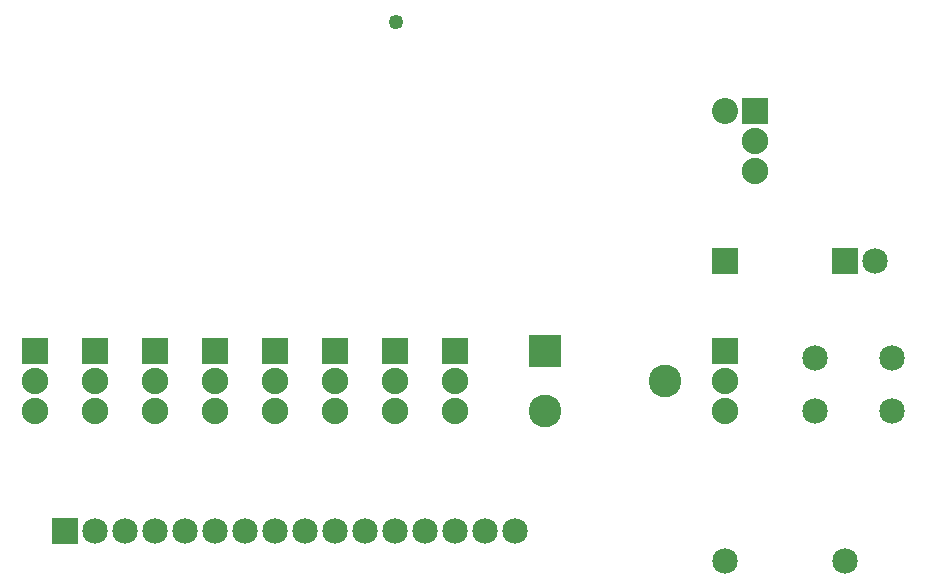
<source format=gbs>
G04 MADE WITH FRITZING*
G04 WWW.FRITZING.ORG*
G04 DOUBLE SIDED*
G04 HOLES PLATED*
G04 CONTOUR ON CENTER OF CONTOUR VECTOR*
%ASAXBY*%
%FSLAX23Y23*%
%MOIN*%
%OFA0B0*%
%SFA1.0B1.0*%
%ADD10C,0.085000*%
%ADD11C,0.088000*%
%ADD12C,0.109000*%
%ADD13C,0.087222*%
%ADD14C,0.049370*%
%ADD15R,0.085000X0.085000*%
%ADD16R,0.088000X0.088000*%
%ADD17R,0.109000X0.109000*%
%ADD18R,0.087222X0.087222*%
%LNMASK0*%
G90*
G70*
G54D10*
X2522Y1250D03*
X2922Y1250D03*
X2922Y2250D03*
X3022Y2250D03*
X322Y1350D03*
X422Y1350D03*
X522Y1350D03*
X622Y1350D03*
X722Y1350D03*
X822Y1350D03*
X922Y1350D03*
X1022Y1350D03*
X1122Y1350D03*
X1222Y1350D03*
X1322Y1350D03*
X1422Y1350D03*
X1522Y1350D03*
X1622Y1350D03*
X1722Y1350D03*
X1822Y1350D03*
G54D11*
X2522Y1950D03*
X2522Y1850D03*
X2522Y1750D03*
X1622Y1950D03*
X1622Y1850D03*
X1622Y1750D03*
X1422Y1950D03*
X1422Y1850D03*
X1422Y1750D03*
X1222Y1950D03*
X1222Y1850D03*
X1222Y1750D03*
X1022Y1950D03*
X1022Y1850D03*
X1022Y1750D03*
X822Y1950D03*
X822Y1850D03*
X822Y1750D03*
X622Y1950D03*
X622Y1850D03*
X622Y1750D03*
X422Y1950D03*
X422Y1850D03*
X422Y1750D03*
X222Y1950D03*
X222Y1850D03*
X222Y1750D03*
G54D12*
X1922Y1750D03*
X1922Y1950D03*
X2322Y1850D03*
G54D10*
X3078Y1750D03*
X2822Y1750D03*
X3078Y1927D03*
X2822Y1927D03*
G54D13*
X2522Y2750D03*
X2522Y2250D03*
X2522Y2750D03*
X2522Y2250D03*
G54D11*
X2622Y2750D03*
X2622Y2650D03*
X2622Y2550D03*
G54D14*
X1424Y3049D03*
G54D15*
X2922Y2250D03*
X322Y1350D03*
G54D16*
X2522Y1950D03*
X1622Y1950D03*
X1422Y1950D03*
X1222Y1950D03*
X1022Y1950D03*
X822Y1950D03*
X622Y1950D03*
X422Y1950D03*
X222Y1950D03*
G54D17*
X1922Y1950D03*
G54D18*
X2522Y2250D03*
X2522Y2250D03*
G54D16*
X2622Y2750D03*
G04 End of Mask0*
M02*
</source>
